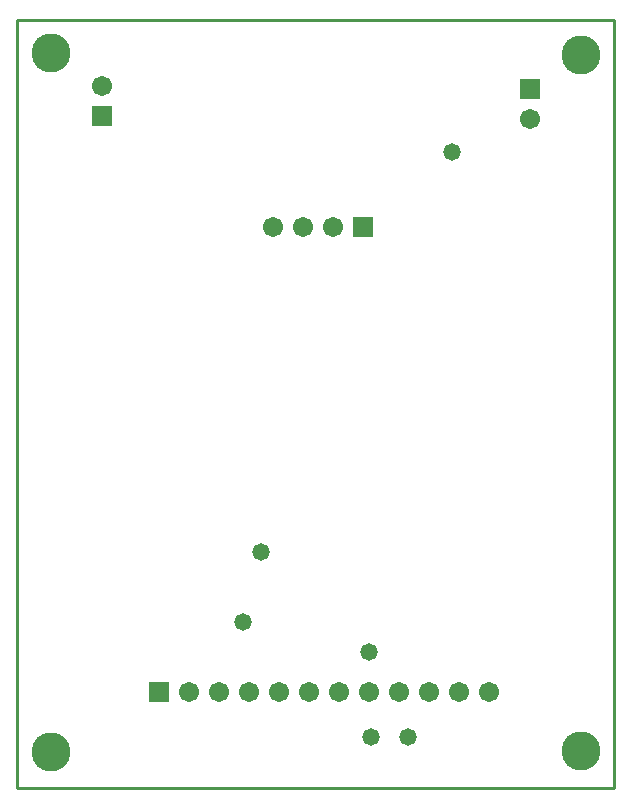
<source format=gbs>
%FSTAX23Y23*%
%MOIN*%
%SFA1B1*%

%IPPOS*%
%ADD11C,0.010000*%
%ADD20C,0.130050*%
%ADD21R,0.067060X0.067060*%
%ADD22C,0.067060*%
%ADD23R,0.067060X0.067060*%
%ADD24C,0.058000*%
%LNbuttonpanel-1*%
%LPD*%
G54D11*
X0Y0D02*
Y0256D01*
Y0D02*
X0199D01*
Y0256*
X0D02*
X0199D01*
G54D20*
X00115Y0012D03*
X0188Y00125D03*
Y02445D03*
X00115Y0245D03*
G54D21*
X00285Y0224D03*
X0171Y0233D03*
G54D22*
X00285Y0234D03*
X0171Y0223D03*
X00855Y0187D03*
X00955D03*
X01055D03*
X01575Y0032D03*
X01475D03*
X01375D03*
X01275D03*
X01175D03*
X01075D03*
X00975D03*
X00875D03*
X00775D03*
X00675D03*
X00575D03*
G54D23*
X01155Y0187D03*
X00475Y0032D03*
G54D24*
X01175Y00455D03*
X0118Y0017D03*
X01305D03*
X00755Y00555D03*
X0145Y0212D03*
X00816Y00787D03*
M02*
</source>
